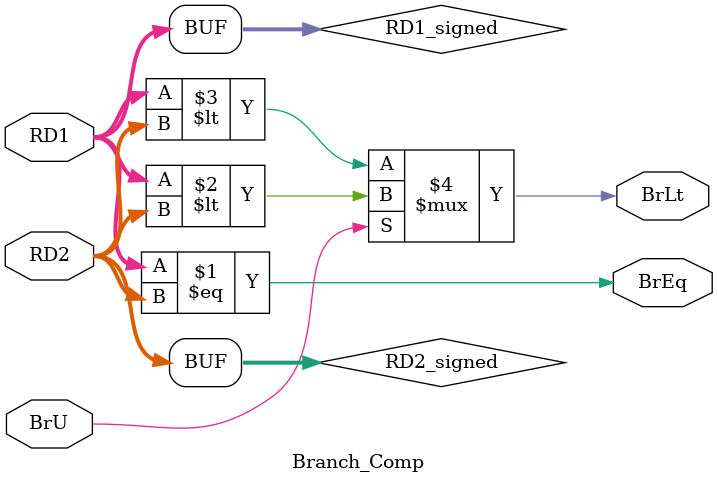
<source format=v>
module Branch_Comp(
    input [31:0] RD1, RD2,
    input BrU,
    output BrEq, BrLt
);

wire signed [31:0] RD1_signed, RD2_signed;

assign RD1_signed = RD1;
assign RD2_signed = RD2;

assign BrEq = RD1 == RD2;
assign BrLt = (BrU) ? RD1 < RD2 : RD1_signed < RD2_signed;

endmodule
</source>
